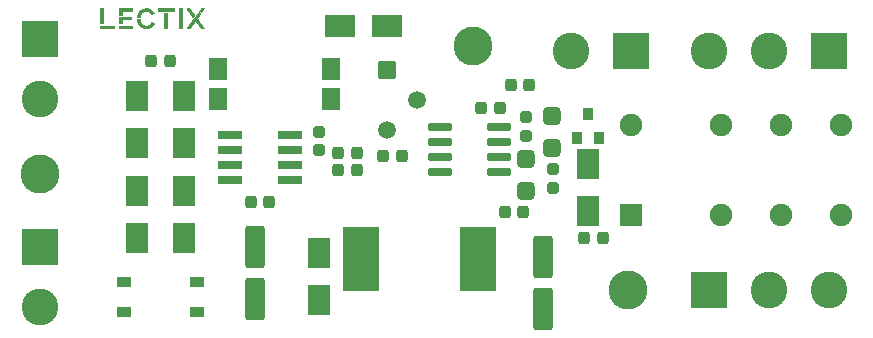
<source format=gts>
G04 #@! TF.GenerationSoftware,KiCad,Pcbnew,6.0.9-8da3e8f707~116~ubuntu20.04.1*
G04 #@! TF.CreationDate,2023-03-26T14:48:38+00:00*
G04 #@! TF.ProjectId,LEC000042,4c454330-3030-4303-9432-2e6b69636164,rev?*
G04 #@! TF.SameCoordinates,Original*
G04 #@! TF.FileFunction,Soldermask,Top*
G04 #@! TF.FilePolarity,Negative*
%FSLAX46Y46*%
G04 Gerber Fmt 4.6, Leading zero omitted, Abs format (unit mm)*
G04 Created by KiCad (PCBNEW 6.0.9-8da3e8f707~116~ubuntu20.04.1) date 2023-03-26 14:48:38*
%MOMM*%
%LPD*%
G01*
G04 APERTURE LIST*
G04 Aperture macros list*
%AMRoundRect*
0 Rectangle with rounded corners*
0 $1 Rounding radius*
0 $2 $3 $4 $5 $6 $7 $8 $9 X,Y pos of 4 corners*
0 Add a 4 corners polygon primitive as box body*
4,1,4,$2,$3,$4,$5,$6,$7,$8,$9,$2,$3,0*
0 Add four circle primitives for the rounded corners*
1,1,$1+$1,$2,$3*
1,1,$1+$1,$4,$5*
1,1,$1+$1,$6,$7*
1,1,$1+$1,$8,$9*
0 Add four rect primitives between the rounded corners*
20,1,$1+$1,$2,$3,$4,$5,0*
20,1,$1+$1,$4,$5,$6,$7,0*
20,1,$1+$1,$6,$7,$8,$9,0*
20,1,$1+$1,$8,$9,$2,$3,0*%
G04 Aperture macros list end*
%ADD10C,0.010000*%
%ADD11RoundRect,0.269750X0.218750X0.256250X-0.218750X0.256250X-0.218750X-0.256250X0.218750X-0.256250X0*%
%ADD12RoundRect,0.300600X-0.550400X1.500400X-0.550400X-1.500400X0.550400X-1.500400X0.550400X1.500400X0*%
%ADD13RoundRect,0.051000X-0.900000X1.250000X-0.900000X-1.250000X0.900000X-1.250000X0.900000X1.250000X0*%
%ADD14RoundRect,0.051000X0.900000X-1.250000X0.900000X1.250000X-0.900000X1.250000X-0.900000X-1.250000X0*%
%ADD15RoundRect,0.269750X0.256250X-0.218750X0.256250X0.218750X-0.256250X0.218750X-0.256250X-0.218750X0*%
%ADD16RoundRect,0.051000X1.500000X1.500000X-1.500000X1.500000X-1.500000X-1.500000X1.500000X-1.500000X0*%
%ADD17C,3.102000*%
%ADD18RoundRect,0.051000X-1.500000X1.500000X-1.500000X-1.500000X1.500000X-1.500000X1.500000X1.500000X0*%
%ADD19RoundRect,0.051000X-1.500000X-1.500000X1.500000X-1.500000X1.500000X1.500000X-1.500000X1.500000X0*%
%ADD20RoundRect,0.269750X-0.218750X-0.256250X0.218750X-0.256250X0.218750X0.256250X-0.218750X0.256250X0*%
%ADD21RoundRect,0.051000X-0.750000X-0.890000X0.750000X-0.890000X0.750000X0.890000X-0.750000X0.890000X0*%
%ADD22RoundRect,0.213500X0.825000X0.162500X-0.825000X0.162500X-0.825000X-0.162500X0.825000X-0.162500X0*%
%ADD23C,1.902000*%
%ADD24RoundRect,0.051000X0.900000X-0.900000X0.900000X0.900000X-0.900000X0.900000X-0.900000X-0.900000X0*%
%ADD25C,3.302000*%
%ADD26RoundRect,0.300999X-0.425001X0.450001X-0.425001X-0.450001X0.425001X-0.450001X0.425001X0.450001X0*%
%ADD27RoundRect,0.269750X-0.256250X0.218750X-0.256250X-0.218750X0.256250X-0.218750X0.256250X0.218750X0*%
%ADD28RoundRect,0.201000X-0.825000X-0.150000X0.825000X-0.150000X0.825000X0.150000X-0.825000X0.150000X0*%
%ADD29RoundRect,0.051000X1.450000X2.700000X-1.450000X2.700000X-1.450000X-2.700000X1.450000X-2.700000X0*%
%ADD30RoundRect,0.051000X1.250000X0.900000X-1.250000X0.900000X-1.250000X-0.900000X1.250000X-0.900000X0*%
%ADD31RoundRect,0.051000X0.500000X0.400000X-0.500000X0.400000X-0.500000X-0.400000X0.500000X-0.400000X0*%
%ADD32RoundRect,0.051000X-0.700000X0.700000X-0.700000X-0.700000X0.700000X-0.700000X0.700000X0.700000X0*%
%ADD33C,1.502000*%
%ADD34RoundRect,0.300600X0.550400X-1.500400X0.550400X1.500400X-0.550400X1.500400X-0.550400X-1.500400X0*%
%ADD35RoundRect,0.051000X0.400000X-0.450000X0.400000X0.450000X-0.400000X0.450000X-0.400000X-0.450000X0*%
G04 APERTURE END LIST*
G04 #@! TO.C,LOGO1*
G36*
X18376209Y30728885D02*
G01*
X18397949Y30728102D01*
X18416476Y30726865D01*
X18424880Y30725987D01*
X18486536Y30715889D01*
X18546482Y30701142D01*
X18604502Y30681880D01*
X18660380Y30658240D01*
X18713901Y30630358D01*
X18764850Y30598368D01*
X18813012Y30562408D01*
X18858171Y30522612D01*
X18900111Y30479116D01*
X18938617Y30432056D01*
X18973475Y30381567D01*
X18974753Y30379538D01*
X18980950Y30369396D01*
X18985873Y30360824D01*
X18989032Y30354716D01*
X18989933Y30351966D01*
X18989927Y30351954D01*
X18987616Y30350206D01*
X18981584Y30346064D01*
X18972376Y30339884D01*
X18960541Y30332024D01*
X18946627Y30322841D01*
X18931181Y30312692D01*
X18914750Y30301934D01*
X18897883Y30290925D01*
X18881127Y30280021D01*
X18865029Y30269581D01*
X18850138Y30259961D01*
X18837000Y30251518D01*
X18826165Y30244610D01*
X18818178Y30239593D01*
X18813588Y30236826D01*
X18812794Y30236416D01*
X18809968Y30237282D01*
X18805905Y30241905D01*
X18800305Y30250661D01*
X18797184Y30256086D01*
X18780089Y30283572D01*
X18759427Y30311998D01*
X18736229Y30340148D01*
X18711528Y30366803D01*
X18686356Y30390746D01*
X18674480Y30400860D01*
X18633846Y30430828D01*
X18590247Y30456873D01*
X18544196Y30478774D01*
X18496208Y30496310D01*
X18446797Y30509260D01*
X18406452Y30516187D01*
X18384946Y30518232D01*
X18360221Y30519278D01*
X18333760Y30519363D01*
X18307045Y30518520D01*
X18281557Y30516786D01*
X18258779Y30514196D01*
X18247826Y30512397D01*
X18197286Y30500392D01*
X18148775Y30483901D01*
X18102534Y30463143D01*
X18058804Y30438334D01*
X18017826Y30409692D01*
X17979841Y30377434D01*
X17945090Y30341777D01*
X17913814Y30302938D01*
X17886252Y30261136D01*
X17862648Y30216587D01*
X17843240Y30169508D01*
X17833199Y30138379D01*
X17822556Y30093948D01*
X17815928Y30047895D01*
X17813432Y30009855D01*
X17812028Y29968580D01*
X17591031Y29968580D01*
X17592507Y30013665D01*
X17596951Y30073235D01*
X17606239Y30131781D01*
X17620196Y30189055D01*
X17638643Y30244808D01*
X17661405Y30298794D01*
X17688306Y30350761D01*
X17719168Y30400463D01*
X17753816Y30447651D01*
X17792073Y30492077D01*
X17833762Y30533490D01*
X17878708Y30571645D01*
X17926733Y30606291D01*
X17977661Y30637180D01*
X18031316Y30664064D01*
X18064200Y30677954D01*
X18117077Y30696535D01*
X18171789Y30711237D01*
X18229205Y30722284D01*
X18244540Y30724566D01*
X18260719Y30726312D01*
X18280782Y30727661D01*
X18303544Y30728601D01*
X18327825Y30729125D01*
X18352441Y30729223D01*
X18376209Y30728885D01*
G37*
D10*
X18376209Y30728885D02*
X18397949Y30728102D01*
X18416476Y30726865D01*
X18424880Y30725987D01*
X18486536Y30715889D01*
X18546482Y30701142D01*
X18604502Y30681880D01*
X18660380Y30658240D01*
X18713901Y30630358D01*
X18764850Y30598368D01*
X18813012Y30562408D01*
X18858171Y30522612D01*
X18900111Y30479116D01*
X18938617Y30432056D01*
X18973475Y30381567D01*
X18974753Y30379538D01*
X18980950Y30369396D01*
X18985873Y30360824D01*
X18989032Y30354716D01*
X18989933Y30351966D01*
X18989927Y30351954D01*
X18987616Y30350206D01*
X18981584Y30346064D01*
X18972376Y30339884D01*
X18960541Y30332024D01*
X18946627Y30322841D01*
X18931181Y30312692D01*
X18914750Y30301934D01*
X18897883Y30290925D01*
X18881127Y30280021D01*
X18865029Y30269581D01*
X18850138Y30259961D01*
X18837000Y30251518D01*
X18826165Y30244610D01*
X18818178Y30239593D01*
X18813588Y30236826D01*
X18812794Y30236416D01*
X18809968Y30237282D01*
X18805905Y30241905D01*
X18800305Y30250661D01*
X18797184Y30256086D01*
X18780089Y30283572D01*
X18759427Y30311998D01*
X18736229Y30340148D01*
X18711528Y30366803D01*
X18686356Y30390746D01*
X18674480Y30400860D01*
X18633846Y30430828D01*
X18590247Y30456873D01*
X18544196Y30478774D01*
X18496208Y30496310D01*
X18446797Y30509260D01*
X18406452Y30516187D01*
X18384946Y30518232D01*
X18360221Y30519278D01*
X18333760Y30519363D01*
X18307045Y30518520D01*
X18281557Y30516786D01*
X18258779Y30514196D01*
X18247826Y30512397D01*
X18197286Y30500392D01*
X18148775Y30483901D01*
X18102534Y30463143D01*
X18058804Y30438334D01*
X18017826Y30409692D01*
X17979841Y30377434D01*
X17945090Y30341777D01*
X17913814Y30302938D01*
X17886252Y30261136D01*
X17862648Y30216587D01*
X17843240Y30169508D01*
X17833199Y30138379D01*
X17822556Y30093948D01*
X17815928Y30047895D01*
X17813432Y30009855D01*
X17812028Y29968580D01*
X17591031Y29968580D01*
X17592507Y30013665D01*
X17596951Y30073235D01*
X17606239Y30131781D01*
X17620196Y30189055D01*
X17638643Y30244808D01*
X17661405Y30298794D01*
X17688306Y30350761D01*
X17719168Y30400463D01*
X17753816Y30447651D01*
X17792073Y30492077D01*
X17833762Y30533490D01*
X17878708Y30571645D01*
X17926733Y30606291D01*
X17977661Y30637180D01*
X18031316Y30664064D01*
X18064200Y30677954D01*
X18117077Y30696535D01*
X18171789Y30711237D01*
X18229205Y30722284D01*
X18244540Y30724566D01*
X18260719Y30726312D01*
X18280782Y30727661D01*
X18303544Y30728601D01*
X18327825Y30729125D01*
X18352441Y30729223D01*
X18376209Y30728885D01*
G36*
X21368740Y29054180D02*
G01*
X21147760Y29054180D01*
X21147760Y30725500D01*
X21368740Y30725500D01*
X21368740Y29054180D01*
G37*
X21368740Y29054180D02*
X21147760Y29054180D01*
X21147760Y30725500D01*
X21368740Y30725500D01*
X21368740Y29054180D01*
G36*
X22010968Y30725500D02*
G01*
X22216269Y30442956D01*
X22240799Y30409165D01*
X22264493Y30376463D01*
X22287180Y30345091D01*
X22308689Y30315286D01*
X22328848Y30287289D01*
X22347487Y30261337D01*
X22364435Y30237671D01*
X22379520Y30216530D01*
X22392571Y30198152D01*
X22403418Y30182777D01*
X22411889Y30170644D01*
X22417814Y30161991D01*
X22421021Y30157058D01*
X22421570Y30155979D01*
X22420129Y30152999D01*
X22416077Y30146561D01*
X22409817Y30137221D01*
X22401755Y30125539D01*
X22392293Y30112072D01*
X22381838Y30097378D01*
X22370793Y30082016D01*
X22359562Y30066543D01*
X22348551Y30051517D01*
X22338162Y30037496D01*
X22328801Y30025038D01*
X22320872Y30014702D01*
X22314779Y30007045D01*
X22310927Y30002625D01*
X22309810Y30001753D01*
X22308071Y30003777D01*
X22303504Y30009705D01*
X22296264Y30019329D01*
X22286502Y30032439D01*
X22274373Y30048826D01*
X22260029Y30068281D01*
X22243625Y30090595D01*
X22225313Y30115558D01*
X22205247Y30142963D01*
X22183579Y30172598D01*
X22160465Y30204257D01*
X22136056Y30237728D01*
X22110506Y30272804D01*
X22083968Y30309276D01*
X22056596Y30346933D01*
X22048190Y30358507D01*
X22020558Y30396555D01*
X21993707Y30433532D01*
X21967789Y30469228D01*
X21942960Y30503428D01*
X21919374Y30535919D01*
X21897186Y30566489D01*
X21876549Y30594925D01*
X21857618Y30621015D01*
X21840548Y30644544D01*
X21825493Y30665301D01*
X21812608Y30683073D01*
X21802047Y30697646D01*
X21793964Y30708808D01*
X21788514Y30716346D01*
X21785851Y30720048D01*
X21785625Y30720370D01*
X21784877Y30721583D01*
X21784715Y30722588D01*
X21785563Y30723405D01*
X21787844Y30724053D01*
X21791981Y30724551D01*
X21798399Y30724919D01*
X21807522Y30725177D01*
X21819772Y30725345D01*
X21835573Y30725441D01*
X21855349Y30725486D01*
X21879525Y30725500D01*
X21896554Y30725501D01*
X22010968Y30725500D01*
G37*
X22010968Y30725500D02*
X22216269Y30442956D01*
X22240799Y30409165D01*
X22264493Y30376463D01*
X22287180Y30345091D01*
X22308689Y30315286D01*
X22328848Y30287289D01*
X22347487Y30261337D01*
X22364435Y30237671D01*
X22379520Y30216530D01*
X22392571Y30198152D01*
X22403418Y30182777D01*
X22411889Y30170644D01*
X22417814Y30161991D01*
X22421021Y30157058D01*
X22421570Y30155979D01*
X22420129Y30152999D01*
X22416077Y30146561D01*
X22409817Y30137221D01*
X22401755Y30125539D01*
X22392293Y30112072D01*
X22381838Y30097378D01*
X22370793Y30082016D01*
X22359562Y30066543D01*
X22348551Y30051517D01*
X22338162Y30037496D01*
X22328801Y30025038D01*
X22320872Y30014702D01*
X22314779Y30007045D01*
X22310927Y30002625D01*
X22309810Y30001753D01*
X22308071Y30003777D01*
X22303504Y30009705D01*
X22296264Y30019329D01*
X22286502Y30032439D01*
X22274373Y30048826D01*
X22260029Y30068281D01*
X22243625Y30090595D01*
X22225313Y30115558D01*
X22205247Y30142963D01*
X22183579Y30172598D01*
X22160465Y30204257D01*
X22136056Y30237728D01*
X22110506Y30272804D01*
X22083968Y30309276D01*
X22056596Y30346933D01*
X22048190Y30358507D01*
X22020558Y30396555D01*
X21993707Y30433532D01*
X21967789Y30469228D01*
X21942960Y30503428D01*
X21919374Y30535919D01*
X21897186Y30566489D01*
X21876549Y30594925D01*
X21857618Y30621015D01*
X21840548Y30644544D01*
X21825493Y30665301D01*
X21812608Y30683073D01*
X21802047Y30697646D01*
X21793964Y30708808D01*
X21788514Y30716346D01*
X21785851Y30720048D01*
X21785625Y30720370D01*
X21784877Y30721583D01*
X21784715Y30722588D01*
X21785563Y30723405D01*
X21787844Y30724053D01*
X21791981Y30724551D01*
X21798399Y30724919D01*
X21807522Y30725177D01*
X21819772Y30725345D01*
X21835573Y30725441D01*
X21855349Y30725486D01*
X21879525Y30725500D01*
X21896554Y30725501D01*
X22010968Y30725500D01*
G36*
X17182820Y29046560D02*
G01*
X16090620Y29046560D01*
X16090620Y29270080D01*
X17182820Y29270080D01*
X17182820Y29046560D01*
G37*
X17182820Y29046560D02*
X16090620Y29046560D01*
X16090620Y29270080D01*
X17182820Y29270080D01*
X17182820Y29046560D01*
G36*
X14711400Y29447880D02*
G01*
X14490420Y29447880D01*
X14490420Y30722960D01*
X14711400Y30722960D01*
X14711400Y29447880D01*
G37*
X14711400Y29447880D02*
X14490420Y29447880D01*
X14490420Y30722960D01*
X14711400Y30722960D01*
X14711400Y29447880D01*
G36*
X17808402Y29764745D02*
G01*
X17813120Y29715358D01*
X17822714Y29666609D01*
X17836988Y29618874D01*
X17855743Y29572528D01*
X17878784Y29527945D01*
X17905913Y29485500D01*
X17936933Y29445568D01*
X17971648Y29408524D01*
X18009860Y29374742D01*
X18015940Y29369934D01*
X18056038Y29341807D01*
X18099345Y29317246D01*
X18145214Y29296509D01*
X18192999Y29279853D01*
X18242054Y29267534D01*
X18291733Y29259809D01*
X18293061Y29259669D01*
X18314417Y29258188D01*
X18339012Y29257723D01*
X18365170Y29258216D01*
X18391216Y29259607D01*
X18415475Y29261839D01*
X18435040Y29264631D01*
X18485420Y29276032D01*
X18534171Y29291989D01*
X18580973Y29312278D01*
X18625506Y29336674D01*
X18667447Y29364950D01*
X18706477Y29396881D01*
X18742275Y29432243D01*
X18774521Y29470811D01*
X18802893Y29512358D01*
X18813459Y29530430D01*
X18817764Y29538134D01*
X18820977Y29543838D01*
X18822419Y29546340D01*
X18822428Y29546352D01*
X18824718Y29545411D01*
X18830966Y29542414D01*
X18840622Y29537644D01*
X18853134Y29531383D01*
X18867950Y29523913D01*
X18884518Y29515516D01*
X18902288Y29506474D01*
X18920709Y29497070D01*
X18939227Y29487586D01*
X18957292Y29478303D01*
X18974353Y29469504D01*
X18989857Y29461470D01*
X19003254Y29454485D01*
X19013992Y29448830D01*
X19021519Y29444788D01*
X19025284Y29442640D01*
X19025579Y29442426D01*
X19026342Y29440524D01*
X19025650Y29437136D01*
X19023236Y29431754D01*
X19018829Y29423870D01*
X19012161Y29412978D01*
X19002963Y29398568D01*
X18999532Y29393270D01*
X18963745Y29342753D01*
X18924233Y29295544D01*
X18881253Y29251819D01*
X18835061Y29211755D01*
X18785915Y29175527D01*
X18734071Y29143310D01*
X18679786Y29115281D01*
X18623317Y29091614D01*
X18564922Y29072487D01*
X18511386Y29059392D01*
X18490451Y29055285D01*
X18471307Y29052063D01*
X18452786Y29049613D01*
X18433721Y29047823D01*
X18412944Y29046581D01*
X18389286Y29045774D01*
X18365190Y29045335D01*
X18346965Y29045140D01*
X18330071Y29045040D01*
X18315281Y29045034D01*
X18303367Y29045120D01*
X18295103Y29045296D01*
X18291530Y29045515D01*
X18285642Y29046259D01*
X18276310Y29047370D01*
X18265138Y29048659D01*
X18259780Y29049265D01*
X18204003Y29057953D01*
X18148007Y29071426D01*
X18092401Y29089455D01*
X18037794Y29111812D01*
X17984797Y29138269D01*
X17934019Y29168599D01*
X17925770Y29174045D01*
X17895798Y29194902D01*
X17869044Y29215347D01*
X17843942Y29236683D01*
X17818927Y29260210D01*
X17803718Y29275499D01*
X17761520Y29322344D01*
X17723616Y29371821D01*
X17690086Y29423764D01*
X17661014Y29478006D01*
X17636482Y29534382D01*
X17616574Y29592726D01*
X17601371Y29652871D01*
X17593187Y29698523D01*
X17591980Y29707739D01*
X17590577Y29720190D01*
X17589087Y29734693D01*
X17587618Y29750063D01*
X17586281Y29765115D01*
X17585185Y29778666D01*
X17584438Y29789530D01*
X17584150Y29796495D01*
X17586602Y29796893D01*
X17593621Y29797262D01*
X17604692Y29797595D01*
X17619304Y29797881D01*
X17636941Y29798114D01*
X17657091Y29798283D01*
X17679241Y29798380D01*
X17695519Y29798400D01*
X17806899Y29798400D01*
X17808402Y29764745D01*
G37*
X17808402Y29764745D02*
X17813120Y29715358D01*
X17822714Y29666609D01*
X17836988Y29618874D01*
X17855743Y29572528D01*
X17878784Y29527945D01*
X17905913Y29485500D01*
X17936933Y29445568D01*
X17971648Y29408524D01*
X18009860Y29374742D01*
X18015940Y29369934D01*
X18056038Y29341807D01*
X18099345Y29317246D01*
X18145214Y29296509D01*
X18192999Y29279853D01*
X18242054Y29267534D01*
X18291733Y29259809D01*
X18293061Y29259669D01*
X18314417Y29258188D01*
X18339012Y29257723D01*
X18365170Y29258216D01*
X18391216Y29259607D01*
X18415475Y29261839D01*
X18435040Y29264631D01*
X18485420Y29276032D01*
X18534171Y29291989D01*
X18580973Y29312278D01*
X18625506Y29336674D01*
X18667447Y29364950D01*
X18706477Y29396881D01*
X18742275Y29432243D01*
X18774521Y29470811D01*
X18802893Y29512358D01*
X18813459Y29530430D01*
X18817764Y29538134D01*
X18820977Y29543838D01*
X18822419Y29546340D01*
X18822428Y29546352D01*
X18824718Y29545411D01*
X18830966Y29542414D01*
X18840622Y29537644D01*
X18853134Y29531383D01*
X18867950Y29523913D01*
X18884518Y29515516D01*
X18902288Y29506474D01*
X18920709Y29497070D01*
X18939227Y29487586D01*
X18957292Y29478303D01*
X18974353Y29469504D01*
X18989857Y29461470D01*
X19003254Y29454485D01*
X19013992Y29448830D01*
X19021519Y29444788D01*
X19025284Y29442640D01*
X19025579Y29442426D01*
X19026342Y29440524D01*
X19025650Y29437136D01*
X19023236Y29431754D01*
X19018829Y29423870D01*
X19012161Y29412978D01*
X19002963Y29398568D01*
X18999532Y29393270D01*
X18963745Y29342753D01*
X18924233Y29295544D01*
X18881253Y29251819D01*
X18835061Y29211755D01*
X18785915Y29175527D01*
X18734071Y29143310D01*
X18679786Y29115281D01*
X18623317Y29091614D01*
X18564922Y29072487D01*
X18511386Y29059392D01*
X18490451Y29055285D01*
X18471307Y29052063D01*
X18452786Y29049613D01*
X18433721Y29047823D01*
X18412944Y29046581D01*
X18389286Y29045774D01*
X18365190Y29045335D01*
X18346965Y29045140D01*
X18330071Y29045040D01*
X18315281Y29045034D01*
X18303367Y29045120D01*
X18295103Y29045296D01*
X18291530Y29045515D01*
X18285642Y29046259D01*
X18276310Y29047370D01*
X18265138Y29048659D01*
X18259780Y29049265D01*
X18204003Y29057953D01*
X18148007Y29071426D01*
X18092401Y29089455D01*
X18037794Y29111812D01*
X17984797Y29138269D01*
X17934019Y29168599D01*
X17925770Y29174045D01*
X17895798Y29194902D01*
X17869044Y29215347D01*
X17843942Y29236683D01*
X17818927Y29260210D01*
X17803718Y29275499D01*
X17761520Y29322344D01*
X17723616Y29371821D01*
X17690086Y29423764D01*
X17661014Y29478006D01*
X17636482Y29534382D01*
X17616574Y29592726D01*
X17601371Y29652871D01*
X17593187Y29698523D01*
X17591980Y29707739D01*
X17590577Y29720190D01*
X17589087Y29734693D01*
X17587618Y29750063D01*
X17586281Y29765115D01*
X17585185Y29778666D01*
X17584438Y29789530D01*
X17584150Y29796495D01*
X17586602Y29796893D01*
X17593621Y29797262D01*
X17604692Y29797595D01*
X17619304Y29797881D01*
X17636941Y29798114D01*
X17657091Y29798283D01*
X17679241Y29798380D01*
X17695519Y29798400D01*
X17806899Y29798400D01*
X17808402Y29764745D01*
G36*
X23126304Y30719908D02*
G01*
X23144850Y30719812D01*
X23258296Y30719150D01*
X22952148Y30300817D01*
X22922064Y30259702D01*
X22892787Y30219675D01*
X22864458Y30180931D01*
X22837217Y30143662D01*
X22811206Y30108060D01*
X22786566Y30074320D01*
X22763436Y30042634D01*
X22741957Y30013194D01*
X22722271Y29986194D01*
X22704518Y29961828D01*
X22688839Y29940287D01*
X22675374Y29921764D01*
X22664265Y29906454D01*
X22655651Y29894548D01*
X22649674Y29886240D01*
X22646474Y29881723D01*
X22645946Y29880913D01*
X22647407Y29878731D01*
X22651707Y29872630D01*
X22658703Y29862808D01*
X22668256Y29849459D01*
X22680224Y29832780D01*
X22694465Y29812968D01*
X22710838Y29790217D01*
X22729202Y29764725D01*
X22749416Y29736686D01*
X22771337Y29706299D01*
X22794825Y29673757D01*
X22819739Y29639258D01*
X22845938Y29602997D01*
X22873279Y29565171D01*
X22901622Y29525975D01*
X22930825Y29485605D01*
X22942671Y29469234D01*
X22972190Y29428436D01*
X23000913Y29388726D01*
X23028699Y29350299D01*
X23055405Y29313353D01*
X23080889Y29278084D01*
X23105010Y29244690D01*
X23127626Y29213365D01*
X23148595Y29184308D01*
X23167775Y29157715D01*
X23185025Y29133782D01*
X23200202Y29112707D01*
X23213164Y29094685D01*
X23223770Y29079914D01*
X23231878Y29068589D01*
X23237346Y29060909D01*
X23240033Y29057068D01*
X23240296Y29056653D01*
X23238016Y29056019D01*
X23230822Y29055478D01*
X23218878Y29055031D01*
X23202349Y29054683D01*
X23181400Y29054437D01*
X23156196Y29054297D01*
X23127266Y29054266D01*
X23013390Y29054351D01*
X22772090Y29388220D01*
X22745526Y29424963D01*
X22719765Y29460574D01*
X22694965Y29494837D01*
X22671283Y29527534D01*
X22648876Y29558450D01*
X22627902Y29587368D01*
X22608517Y29614071D01*
X22590880Y29638342D01*
X22575147Y29659966D01*
X22561475Y29678726D01*
X22550023Y29694404D01*
X22540948Y29706785D01*
X22534406Y29715653D01*
X22530556Y29720789D01*
X22529520Y29722067D01*
X22527906Y29720050D01*
X22523455Y29714146D01*
X22516324Y29704573D01*
X22506674Y29691545D01*
X22494661Y29675278D01*
X22480447Y29655990D01*
X22464188Y29633894D01*
X22446044Y29609209D01*
X22426173Y29582149D01*
X22404734Y29552930D01*
X22381887Y29521769D01*
X22357789Y29488881D01*
X22332600Y29454482D01*
X22306477Y29418789D01*
X22285680Y29390356D01*
X22258925Y29353786D01*
X22232965Y29318333D01*
X22207961Y29284214D01*
X22184072Y29251645D01*
X22161458Y29220844D01*
X22140279Y29192027D01*
X22120693Y29165411D01*
X22102863Y29141213D01*
X22086946Y29119650D01*
X22073102Y29100939D01*
X22061493Y29085296D01*
X22052276Y29072939D01*
X22045613Y29064084D01*
X22041662Y29058949D01*
X22040570Y29057665D01*
X22037574Y29057471D01*
X22030025Y29057320D01*
X22018450Y29057211D01*
X22003375Y29057147D01*
X21985327Y29057130D01*
X21964833Y29057161D01*
X21942419Y29057241D01*
X21925648Y29057328D01*
X21813267Y29057990D01*
X22419225Y29886030D01*
X22461717Y29944093D01*
X22503457Y30001122D01*
X22544343Y30056981D01*
X22584276Y30111531D01*
X22623154Y30164637D01*
X22660878Y30216161D01*
X22697347Y30265964D01*
X22732459Y30313911D01*
X22766115Y30359864D01*
X22798214Y30403686D01*
X22828655Y30445239D01*
X22857338Y30484386D01*
X22884162Y30520989D01*
X22909027Y30554913D01*
X22931832Y30586019D01*
X22952477Y30614169D01*
X22970860Y30639228D01*
X22986882Y30661057D01*
X23000441Y30679519D01*
X23011437Y30694478D01*
X23019771Y30705795D01*
X23025340Y30713333D01*
X23028045Y30716956D01*
X23028294Y30717272D01*
X23030129Y30718064D01*
X23034193Y30718708D01*
X23040860Y30719211D01*
X23050504Y30719582D01*
X23063497Y30719829D01*
X23080212Y30719961D01*
X23101024Y30719984D01*
X23126304Y30719908D01*
G37*
X23126304Y30719908D02*
X23144850Y30719812D01*
X23258296Y30719150D01*
X22952148Y30300817D01*
X22922064Y30259702D01*
X22892787Y30219675D01*
X22864458Y30180931D01*
X22837217Y30143662D01*
X22811206Y30108060D01*
X22786566Y30074320D01*
X22763436Y30042634D01*
X22741957Y30013194D01*
X22722271Y29986194D01*
X22704518Y29961828D01*
X22688839Y29940287D01*
X22675374Y29921764D01*
X22664265Y29906454D01*
X22655651Y29894548D01*
X22649674Y29886240D01*
X22646474Y29881723D01*
X22645946Y29880913D01*
X22647407Y29878731D01*
X22651707Y29872630D01*
X22658703Y29862808D01*
X22668256Y29849459D01*
X22680224Y29832780D01*
X22694465Y29812968D01*
X22710838Y29790217D01*
X22729202Y29764725D01*
X22749416Y29736686D01*
X22771337Y29706299D01*
X22794825Y29673757D01*
X22819739Y29639258D01*
X22845938Y29602997D01*
X22873279Y29565171D01*
X22901622Y29525975D01*
X22930825Y29485605D01*
X22942671Y29469234D01*
X22972190Y29428436D01*
X23000913Y29388726D01*
X23028699Y29350299D01*
X23055405Y29313353D01*
X23080889Y29278084D01*
X23105010Y29244690D01*
X23127626Y29213365D01*
X23148595Y29184308D01*
X23167775Y29157715D01*
X23185025Y29133782D01*
X23200202Y29112707D01*
X23213164Y29094685D01*
X23223770Y29079914D01*
X23231878Y29068589D01*
X23237346Y29060909D01*
X23240033Y29057068D01*
X23240296Y29056653D01*
X23238016Y29056019D01*
X23230822Y29055478D01*
X23218878Y29055031D01*
X23202349Y29054683D01*
X23181400Y29054437D01*
X23156196Y29054297D01*
X23127266Y29054266D01*
X23013390Y29054351D01*
X22772090Y29388220D01*
X22745526Y29424963D01*
X22719765Y29460574D01*
X22694965Y29494837D01*
X22671283Y29527534D01*
X22648876Y29558450D01*
X22627902Y29587368D01*
X22608517Y29614071D01*
X22590880Y29638342D01*
X22575147Y29659966D01*
X22561475Y29678726D01*
X22550023Y29694404D01*
X22540948Y29706785D01*
X22534406Y29715653D01*
X22530556Y29720789D01*
X22529520Y29722067D01*
X22527906Y29720050D01*
X22523455Y29714146D01*
X22516324Y29704573D01*
X22506674Y29691545D01*
X22494661Y29675278D01*
X22480447Y29655990D01*
X22464188Y29633894D01*
X22446044Y29609209D01*
X22426173Y29582149D01*
X22404734Y29552930D01*
X22381887Y29521769D01*
X22357789Y29488881D01*
X22332600Y29454482D01*
X22306477Y29418789D01*
X22285680Y29390356D01*
X22258925Y29353786D01*
X22232965Y29318333D01*
X22207961Y29284214D01*
X22184072Y29251645D01*
X22161458Y29220844D01*
X22140279Y29192027D01*
X22120693Y29165411D01*
X22102863Y29141213D01*
X22086946Y29119650D01*
X22073102Y29100939D01*
X22061493Y29085296D01*
X22052276Y29072939D01*
X22045613Y29064084D01*
X22041662Y29058949D01*
X22040570Y29057665D01*
X22037574Y29057471D01*
X22030025Y29057320D01*
X22018450Y29057211D01*
X22003375Y29057147D01*
X21985327Y29057130D01*
X21964833Y29057161D01*
X21942419Y29057241D01*
X21925648Y29057328D01*
X21813267Y29057990D01*
X22419225Y29886030D01*
X22461717Y29944093D01*
X22503457Y30001122D01*
X22544343Y30056981D01*
X22584276Y30111531D01*
X22623154Y30164637D01*
X22660878Y30216161D01*
X22697347Y30265964D01*
X22732459Y30313911D01*
X22766115Y30359864D01*
X22798214Y30403686D01*
X22828655Y30445239D01*
X22857338Y30484386D01*
X22884162Y30520989D01*
X22909027Y30554913D01*
X22931832Y30586019D01*
X22952477Y30614169D01*
X22970860Y30639228D01*
X22986882Y30661057D01*
X23000441Y30679519D01*
X23011437Y30694478D01*
X23019771Y30705795D01*
X23025340Y30713333D01*
X23028045Y30716956D01*
X23028294Y30717272D01*
X23030129Y30718064D01*
X23034193Y30718708D01*
X23040860Y30719211D01*
X23050504Y30719582D01*
X23063497Y30719829D01*
X23080212Y30719961D01*
X23101024Y30719984D01*
X23126304Y30719908D01*
G36*
X17182820Y30512140D02*
G01*
X16309060Y30512140D01*
X16309060Y30199720D01*
X16085540Y30199720D01*
X16085540Y30733120D01*
X17182820Y30733120D01*
X17182820Y30512140D01*
G37*
X17182820Y30512140D02*
X16309060Y30512140D01*
X16309060Y30199720D01*
X16085540Y30199720D01*
X16085540Y30733120D01*
X17182820Y30733120D01*
X17182820Y30512140D01*
G36*
X20700720Y30504520D02*
G01*
X19331660Y30504520D01*
X19331660Y30725500D01*
X20700720Y30725500D01*
X20700720Y30504520D01*
G37*
X20700720Y30504520D02*
X19331660Y30504520D01*
X19331660Y30725500D01*
X20700720Y30725500D01*
X20700720Y30504520D01*
G36*
X17068520Y29790780D02*
G01*
X16309060Y29790780D01*
X16309060Y29447880D01*
X16088080Y29447880D01*
X16088080Y30014300D01*
X17068520Y30014300D01*
X17068520Y29790780D01*
G37*
X17068520Y29790780D02*
X16309060Y29790780D01*
X16309060Y29447880D01*
X16088080Y29447880D01*
X16088080Y30014300D01*
X17068520Y30014300D01*
X17068520Y29790780D01*
G36*
X15638500Y29046560D02*
G01*
X14490420Y29046560D01*
X14490420Y29270080D01*
X15638500Y29270080D01*
X15638500Y29046560D01*
G37*
X15638500Y29046560D02*
X14490420Y29046560D01*
X14490420Y29270080D01*
X15638500Y29270080D01*
X15638500Y29046560D01*
G36*
X20121600Y29054180D02*
G01*
X19900620Y29054180D01*
X19900620Y30336880D01*
X20121600Y30336880D01*
X20121600Y29054180D01*
G37*
X20121600Y29054180D02*
X19900620Y29054180D01*
X19900620Y30336880D01*
X20121600Y30336880D01*
X20121600Y29054180D01*
G36*
X18376209Y30728885D02*
G01*
X18397949Y30728102D01*
X18416476Y30726865D01*
X18424880Y30725987D01*
X18486536Y30715889D01*
X18546482Y30701142D01*
X18604502Y30681880D01*
X18660380Y30658240D01*
X18713901Y30630358D01*
X18764850Y30598368D01*
X18813012Y30562408D01*
X18858171Y30522612D01*
X18900111Y30479116D01*
X18938617Y30432056D01*
X18973475Y30381567D01*
X18974753Y30379538D01*
X18980950Y30369396D01*
X18985873Y30360824D01*
X18989032Y30354716D01*
X18989933Y30351966D01*
X18989927Y30351954D01*
X18987616Y30350206D01*
X18981584Y30346064D01*
X18972376Y30339884D01*
X18960541Y30332024D01*
X18946627Y30322841D01*
X18931181Y30312692D01*
X18914750Y30301934D01*
X18897883Y30290925D01*
X18881127Y30280021D01*
X18865029Y30269581D01*
X18850138Y30259961D01*
X18837000Y30251518D01*
X18826165Y30244610D01*
X18818178Y30239593D01*
X18813588Y30236826D01*
X18812794Y30236416D01*
X18809968Y30237282D01*
X18805905Y30241905D01*
X18800305Y30250661D01*
X18797184Y30256086D01*
X18780089Y30283572D01*
X18759427Y30311998D01*
X18736229Y30340148D01*
X18711528Y30366803D01*
X18686356Y30390746D01*
X18674480Y30400860D01*
X18633846Y30430828D01*
X18590247Y30456873D01*
X18544196Y30478774D01*
X18496208Y30496310D01*
X18446797Y30509260D01*
X18406452Y30516187D01*
X18384946Y30518232D01*
X18360221Y30519278D01*
X18333760Y30519363D01*
X18307045Y30518520D01*
X18281557Y30516786D01*
X18258779Y30514196D01*
X18247826Y30512397D01*
X18197286Y30500392D01*
X18148775Y30483901D01*
X18102534Y30463143D01*
X18058804Y30438334D01*
X18017826Y30409692D01*
X17979841Y30377434D01*
X17945090Y30341777D01*
X17913814Y30302938D01*
X17886252Y30261136D01*
X17862648Y30216587D01*
X17843240Y30169508D01*
X17833199Y30138379D01*
X17822556Y30093948D01*
X17815928Y30047895D01*
X17813432Y30009855D01*
X17812028Y29968580D01*
X17591031Y29968580D01*
X17592507Y30013665D01*
X17596951Y30073235D01*
X17606239Y30131781D01*
X17620196Y30189055D01*
X17638643Y30244808D01*
X17661405Y30298794D01*
X17688306Y30350761D01*
X17719168Y30400463D01*
X17753816Y30447651D01*
X17792073Y30492077D01*
X17833762Y30533490D01*
X17878708Y30571645D01*
X17926733Y30606291D01*
X17977661Y30637180D01*
X18031316Y30664064D01*
X18064200Y30677954D01*
X18117077Y30696535D01*
X18171789Y30711237D01*
X18229205Y30722284D01*
X18244540Y30724566D01*
X18260719Y30726312D01*
X18280782Y30727661D01*
X18303544Y30728601D01*
X18327825Y30729125D01*
X18352441Y30729223D01*
X18376209Y30728885D01*
G37*
X18376209Y30728885D02*
X18397949Y30728102D01*
X18416476Y30726865D01*
X18424880Y30725987D01*
X18486536Y30715889D01*
X18546482Y30701142D01*
X18604502Y30681880D01*
X18660380Y30658240D01*
X18713901Y30630358D01*
X18764850Y30598368D01*
X18813012Y30562408D01*
X18858171Y30522612D01*
X18900111Y30479116D01*
X18938617Y30432056D01*
X18973475Y30381567D01*
X18974753Y30379538D01*
X18980950Y30369396D01*
X18985873Y30360824D01*
X18989032Y30354716D01*
X18989933Y30351966D01*
X18989927Y30351954D01*
X18987616Y30350206D01*
X18981584Y30346064D01*
X18972376Y30339884D01*
X18960541Y30332024D01*
X18946627Y30322841D01*
X18931181Y30312692D01*
X18914750Y30301934D01*
X18897883Y30290925D01*
X18881127Y30280021D01*
X18865029Y30269581D01*
X18850138Y30259961D01*
X18837000Y30251518D01*
X18826165Y30244610D01*
X18818178Y30239593D01*
X18813588Y30236826D01*
X18812794Y30236416D01*
X18809968Y30237282D01*
X18805905Y30241905D01*
X18800305Y30250661D01*
X18797184Y30256086D01*
X18780089Y30283572D01*
X18759427Y30311998D01*
X18736229Y30340148D01*
X18711528Y30366803D01*
X18686356Y30390746D01*
X18674480Y30400860D01*
X18633846Y30430828D01*
X18590247Y30456873D01*
X18544196Y30478774D01*
X18496208Y30496310D01*
X18446797Y30509260D01*
X18406452Y30516187D01*
X18384946Y30518232D01*
X18360221Y30519278D01*
X18333760Y30519363D01*
X18307045Y30518520D01*
X18281557Y30516786D01*
X18258779Y30514196D01*
X18247826Y30512397D01*
X18197286Y30500392D01*
X18148775Y30483901D01*
X18102534Y30463143D01*
X18058804Y30438334D01*
X18017826Y30409692D01*
X17979841Y30377434D01*
X17945090Y30341777D01*
X17913814Y30302938D01*
X17886252Y30261136D01*
X17862648Y30216587D01*
X17843240Y30169508D01*
X17833199Y30138379D01*
X17822556Y30093948D01*
X17815928Y30047895D01*
X17813432Y30009855D01*
X17812028Y29968580D01*
X17591031Y29968580D01*
X17592507Y30013665D01*
X17596951Y30073235D01*
X17606239Y30131781D01*
X17620196Y30189055D01*
X17638643Y30244808D01*
X17661405Y30298794D01*
X17688306Y30350761D01*
X17719168Y30400463D01*
X17753816Y30447651D01*
X17792073Y30492077D01*
X17833762Y30533490D01*
X17878708Y30571645D01*
X17926733Y30606291D01*
X17977661Y30637180D01*
X18031316Y30664064D01*
X18064200Y30677954D01*
X18117077Y30696535D01*
X18171789Y30711237D01*
X18229205Y30722284D01*
X18244540Y30724566D01*
X18260719Y30726312D01*
X18280782Y30727661D01*
X18303544Y30728601D01*
X18327825Y30729125D01*
X18352441Y30729223D01*
X18376209Y30728885D01*
G36*
X21368740Y29054180D02*
G01*
X21147760Y29054180D01*
X21147760Y30725500D01*
X21368740Y30725500D01*
X21368740Y29054180D01*
G37*
X21368740Y29054180D02*
X21147760Y29054180D01*
X21147760Y30725500D01*
X21368740Y30725500D01*
X21368740Y29054180D01*
G36*
X22010968Y30725500D02*
G01*
X22216269Y30442956D01*
X22240799Y30409165D01*
X22264493Y30376463D01*
X22287180Y30345091D01*
X22308689Y30315286D01*
X22328848Y30287289D01*
X22347487Y30261337D01*
X22364435Y30237671D01*
X22379520Y30216530D01*
X22392571Y30198152D01*
X22403418Y30182777D01*
X22411889Y30170644D01*
X22417814Y30161991D01*
X22421021Y30157058D01*
X22421570Y30155979D01*
X22420129Y30152999D01*
X22416077Y30146561D01*
X22409817Y30137221D01*
X22401755Y30125539D01*
X22392293Y30112072D01*
X22381838Y30097378D01*
X22370793Y30082016D01*
X22359562Y30066543D01*
X22348551Y30051517D01*
X22338162Y30037496D01*
X22328801Y30025038D01*
X22320872Y30014702D01*
X22314779Y30007045D01*
X22310927Y30002625D01*
X22309810Y30001753D01*
X22308071Y30003777D01*
X22303504Y30009705D01*
X22296264Y30019329D01*
X22286502Y30032439D01*
X22274373Y30048826D01*
X22260029Y30068281D01*
X22243625Y30090595D01*
X22225313Y30115558D01*
X22205247Y30142963D01*
X22183579Y30172598D01*
X22160465Y30204257D01*
X22136056Y30237728D01*
X22110506Y30272804D01*
X22083968Y30309276D01*
X22056596Y30346933D01*
X22048190Y30358507D01*
X22020558Y30396555D01*
X21993707Y30433532D01*
X21967789Y30469228D01*
X21942960Y30503428D01*
X21919374Y30535919D01*
X21897186Y30566489D01*
X21876549Y30594925D01*
X21857618Y30621015D01*
X21840548Y30644544D01*
X21825493Y30665301D01*
X21812608Y30683073D01*
X21802047Y30697646D01*
X21793964Y30708808D01*
X21788514Y30716346D01*
X21785851Y30720048D01*
X21785625Y30720370D01*
X21784877Y30721583D01*
X21784715Y30722588D01*
X21785563Y30723405D01*
X21787844Y30724053D01*
X21791981Y30724551D01*
X21798399Y30724919D01*
X21807522Y30725177D01*
X21819772Y30725345D01*
X21835573Y30725441D01*
X21855349Y30725486D01*
X21879525Y30725500D01*
X21896554Y30725501D01*
X22010968Y30725500D01*
G37*
X22010968Y30725500D02*
X22216269Y30442956D01*
X22240799Y30409165D01*
X22264493Y30376463D01*
X22287180Y30345091D01*
X22308689Y30315286D01*
X22328848Y30287289D01*
X22347487Y30261337D01*
X22364435Y30237671D01*
X22379520Y30216530D01*
X22392571Y30198152D01*
X22403418Y30182777D01*
X22411889Y30170644D01*
X22417814Y30161991D01*
X22421021Y30157058D01*
X22421570Y30155979D01*
X22420129Y30152999D01*
X22416077Y30146561D01*
X22409817Y30137221D01*
X22401755Y30125539D01*
X22392293Y30112072D01*
X22381838Y30097378D01*
X22370793Y30082016D01*
X22359562Y30066543D01*
X22348551Y30051517D01*
X22338162Y30037496D01*
X22328801Y30025038D01*
X22320872Y30014702D01*
X22314779Y30007045D01*
X22310927Y30002625D01*
X22309810Y30001753D01*
X22308071Y30003777D01*
X22303504Y30009705D01*
X22296264Y30019329D01*
X22286502Y30032439D01*
X22274373Y30048826D01*
X22260029Y30068281D01*
X22243625Y30090595D01*
X22225313Y30115558D01*
X22205247Y30142963D01*
X22183579Y30172598D01*
X22160465Y30204257D01*
X22136056Y30237728D01*
X22110506Y30272804D01*
X22083968Y30309276D01*
X22056596Y30346933D01*
X22048190Y30358507D01*
X22020558Y30396555D01*
X21993707Y30433532D01*
X21967789Y30469228D01*
X21942960Y30503428D01*
X21919374Y30535919D01*
X21897186Y30566489D01*
X21876549Y30594925D01*
X21857618Y30621015D01*
X21840548Y30644544D01*
X21825493Y30665301D01*
X21812608Y30683073D01*
X21802047Y30697646D01*
X21793964Y30708808D01*
X21788514Y30716346D01*
X21785851Y30720048D01*
X21785625Y30720370D01*
X21784877Y30721583D01*
X21784715Y30722588D01*
X21785563Y30723405D01*
X21787844Y30724053D01*
X21791981Y30724551D01*
X21798399Y30724919D01*
X21807522Y30725177D01*
X21819772Y30725345D01*
X21835573Y30725441D01*
X21855349Y30725486D01*
X21879525Y30725500D01*
X21896554Y30725501D01*
X22010968Y30725500D01*
G36*
X17182820Y29046560D02*
G01*
X16090620Y29046560D01*
X16090620Y29270080D01*
X17182820Y29270080D01*
X17182820Y29046560D01*
G37*
X17182820Y29046560D02*
X16090620Y29046560D01*
X16090620Y29270080D01*
X17182820Y29270080D01*
X17182820Y29046560D01*
G36*
X14711400Y29447880D02*
G01*
X14490420Y29447880D01*
X14490420Y30722960D01*
X14711400Y30722960D01*
X14711400Y29447880D01*
G37*
X14711400Y29447880D02*
X14490420Y29447880D01*
X14490420Y30722960D01*
X14711400Y30722960D01*
X14711400Y29447880D01*
G36*
X17808402Y29764745D02*
G01*
X17813120Y29715358D01*
X17822714Y29666609D01*
X17836988Y29618874D01*
X17855743Y29572528D01*
X17878784Y29527945D01*
X17905913Y29485500D01*
X17936933Y29445568D01*
X17971648Y29408524D01*
X18009860Y29374742D01*
X18015940Y29369934D01*
X18056038Y29341807D01*
X18099345Y29317246D01*
X18145214Y29296509D01*
X18192999Y29279853D01*
X18242054Y29267534D01*
X18291733Y29259809D01*
X18293061Y29259669D01*
X18314417Y29258188D01*
X18339012Y29257723D01*
X18365170Y29258216D01*
X18391216Y29259607D01*
X18415475Y29261839D01*
X18435040Y29264631D01*
X18485420Y29276032D01*
X18534171Y29291989D01*
X18580973Y29312278D01*
X18625506Y29336674D01*
X18667447Y29364950D01*
X18706477Y29396881D01*
X18742275Y29432243D01*
X18774521Y29470811D01*
X18802893Y29512358D01*
X18813459Y29530430D01*
X18817764Y29538134D01*
X18820977Y29543838D01*
X18822419Y29546340D01*
X18822428Y29546352D01*
X18824718Y29545411D01*
X18830966Y29542414D01*
X18840622Y29537644D01*
X18853134Y29531383D01*
X18867950Y29523913D01*
X18884518Y29515516D01*
X18902288Y29506474D01*
X18920709Y29497070D01*
X18939227Y29487586D01*
X18957292Y29478303D01*
X18974353Y29469504D01*
X18989857Y29461470D01*
X19003254Y29454485D01*
X19013992Y29448830D01*
X19021519Y29444788D01*
X19025284Y29442640D01*
X19025579Y29442426D01*
X19026342Y29440524D01*
X19025650Y29437136D01*
X19023236Y29431754D01*
X19018829Y29423870D01*
X19012161Y29412978D01*
X19002963Y29398568D01*
X18999532Y29393270D01*
X18963745Y29342753D01*
X18924233Y29295544D01*
X18881253Y29251819D01*
X18835061Y29211755D01*
X18785915Y29175527D01*
X18734071Y29143310D01*
X18679786Y29115281D01*
X18623317Y29091614D01*
X18564922Y29072487D01*
X18511386Y29059392D01*
X18490451Y29055285D01*
X18471307Y29052063D01*
X18452786Y29049613D01*
X18433721Y29047823D01*
X18412944Y29046581D01*
X18389286Y29045774D01*
X18365190Y29045335D01*
X18346965Y29045140D01*
X18330071Y29045040D01*
X18315281Y29045034D01*
X18303367Y29045120D01*
X18295103Y29045296D01*
X18291530Y29045515D01*
X18285642Y29046259D01*
X18276310Y29047370D01*
X18265138Y29048659D01*
X18259780Y29049265D01*
X18204003Y29057953D01*
X18148007Y29071426D01*
X18092401Y29089455D01*
X18037794Y29111812D01*
X17984797Y29138269D01*
X17934019Y29168599D01*
X17925770Y29174045D01*
X17895798Y29194902D01*
X17869044Y29215347D01*
X17843942Y29236683D01*
X17818927Y29260210D01*
X17803718Y29275499D01*
X17761520Y29322344D01*
X17723616Y29371821D01*
X17690086Y29423764D01*
X17661014Y29478006D01*
X17636482Y29534382D01*
X17616574Y29592726D01*
X17601371Y29652871D01*
X17593187Y29698523D01*
X17591980Y29707739D01*
X17590577Y29720190D01*
X17589087Y29734693D01*
X17587618Y29750063D01*
X17586281Y29765115D01*
X17585185Y29778666D01*
X17584438Y29789530D01*
X17584150Y29796495D01*
X17586602Y29796893D01*
X17593621Y29797262D01*
X17604692Y29797595D01*
X17619304Y29797881D01*
X17636941Y29798114D01*
X17657091Y29798283D01*
X17679241Y29798380D01*
X17695519Y29798400D01*
X17806899Y29798400D01*
X17808402Y29764745D01*
G37*
X17808402Y29764745D02*
X17813120Y29715358D01*
X17822714Y29666609D01*
X17836988Y29618874D01*
X17855743Y29572528D01*
X17878784Y29527945D01*
X17905913Y29485500D01*
X17936933Y29445568D01*
X17971648Y29408524D01*
X18009860Y29374742D01*
X18015940Y29369934D01*
X18056038Y29341807D01*
X18099345Y29317246D01*
X18145214Y29296509D01*
X18192999Y29279853D01*
X18242054Y29267534D01*
X18291733Y29259809D01*
X18293061Y29259669D01*
X18314417Y29258188D01*
X18339012Y29257723D01*
X18365170Y29258216D01*
X18391216Y29259607D01*
X18415475Y29261839D01*
X18435040Y29264631D01*
X18485420Y29276032D01*
X18534171Y29291989D01*
X18580973Y29312278D01*
X18625506Y29336674D01*
X18667447Y29364950D01*
X18706477Y29396881D01*
X18742275Y29432243D01*
X18774521Y29470811D01*
X18802893Y29512358D01*
X18813459Y29530430D01*
X18817764Y29538134D01*
X18820977Y29543838D01*
X18822419Y29546340D01*
X18822428Y29546352D01*
X18824718Y29545411D01*
X18830966Y29542414D01*
X18840622Y29537644D01*
X18853134Y29531383D01*
X18867950Y29523913D01*
X18884518Y29515516D01*
X18902288Y29506474D01*
X18920709Y29497070D01*
X18939227Y29487586D01*
X18957292Y29478303D01*
X18974353Y29469504D01*
X18989857Y29461470D01*
X19003254Y29454485D01*
X19013992Y29448830D01*
X19021519Y29444788D01*
X19025284Y29442640D01*
X19025579Y29442426D01*
X19026342Y29440524D01*
X19025650Y29437136D01*
X19023236Y29431754D01*
X19018829Y29423870D01*
X19012161Y29412978D01*
X19002963Y29398568D01*
X18999532Y29393270D01*
X18963745Y29342753D01*
X18924233Y29295544D01*
X18881253Y29251819D01*
X18835061Y29211755D01*
X18785915Y29175527D01*
X18734071Y29143310D01*
X18679786Y29115281D01*
X18623317Y29091614D01*
X18564922Y29072487D01*
X18511386Y29059392D01*
X18490451Y29055285D01*
X18471307Y29052063D01*
X18452786Y29049613D01*
X18433721Y29047823D01*
X18412944Y29046581D01*
X18389286Y29045774D01*
X18365190Y29045335D01*
X18346965Y29045140D01*
X18330071Y29045040D01*
X18315281Y29045034D01*
X18303367Y29045120D01*
X18295103Y29045296D01*
X18291530Y29045515D01*
X18285642Y29046259D01*
X18276310Y29047370D01*
X18265138Y29048659D01*
X18259780Y29049265D01*
X18204003Y29057953D01*
X18148007Y29071426D01*
X18092401Y29089455D01*
X18037794Y29111812D01*
X17984797Y29138269D01*
X17934019Y29168599D01*
X17925770Y29174045D01*
X17895798Y29194902D01*
X17869044Y29215347D01*
X17843942Y29236683D01*
X17818927Y29260210D01*
X17803718Y29275499D01*
X17761520Y29322344D01*
X17723616Y29371821D01*
X17690086Y29423764D01*
X17661014Y29478006D01*
X17636482Y29534382D01*
X17616574Y29592726D01*
X17601371Y29652871D01*
X17593187Y29698523D01*
X17591980Y29707739D01*
X17590577Y29720190D01*
X17589087Y29734693D01*
X17587618Y29750063D01*
X17586281Y29765115D01*
X17585185Y29778666D01*
X17584438Y29789530D01*
X17584150Y29796495D01*
X17586602Y29796893D01*
X17593621Y29797262D01*
X17604692Y29797595D01*
X17619304Y29797881D01*
X17636941Y29798114D01*
X17657091Y29798283D01*
X17679241Y29798380D01*
X17695519Y29798400D01*
X17806899Y29798400D01*
X17808402Y29764745D01*
G36*
X23126304Y30719908D02*
G01*
X23144850Y30719812D01*
X23258296Y30719150D01*
X22952148Y30300817D01*
X22922064Y30259702D01*
X22892787Y30219675D01*
X22864458Y30180931D01*
X22837217Y30143662D01*
X22811206Y30108060D01*
X22786566Y30074320D01*
X22763436Y30042634D01*
X22741957Y30013194D01*
X22722271Y29986194D01*
X22704518Y29961828D01*
X22688839Y29940287D01*
X22675374Y29921764D01*
X22664265Y29906454D01*
X22655651Y29894548D01*
X22649674Y29886240D01*
X22646474Y29881723D01*
X22645946Y29880913D01*
X22647407Y29878731D01*
X22651707Y29872630D01*
X22658703Y29862808D01*
X22668256Y29849459D01*
X22680224Y29832780D01*
X22694465Y29812968D01*
X22710838Y29790217D01*
X22729202Y29764725D01*
X22749416Y29736686D01*
X22771337Y29706299D01*
X22794825Y29673757D01*
X22819739Y29639258D01*
X22845938Y29602997D01*
X22873279Y29565171D01*
X22901622Y29525975D01*
X22930825Y29485605D01*
X22942671Y29469234D01*
X22972190Y29428436D01*
X23000913Y29388726D01*
X23028699Y29350299D01*
X23055405Y29313353D01*
X23080889Y29278084D01*
X23105010Y29244690D01*
X23127626Y29213365D01*
X23148595Y29184308D01*
X23167775Y29157715D01*
X23185025Y29133782D01*
X23200202Y29112707D01*
X23213164Y29094685D01*
X23223770Y29079914D01*
X23231878Y29068589D01*
X23237346Y29060909D01*
X23240033Y29057068D01*
X23240296Y29056653D01*
X23238016Y29056019D01*
X23230822Y29055478D01*
X23218878Y29055031D01*
X23202349Y29054683D01*
X23181400Y29054437D01*
X23156196Y29054297D01*
X23127266Y29054266D01*
X23013390Y29054351D01*
X22772090Y29388220D01*
X22745526Y29424963D01*
X22719765Y29460574D01*
X22694965Y29494837D01*
X22671283Y29527534D01*
X22648876Y29558450D01*
X22627902Y29587368D01*
X22608517Y29614071D01*
X22590880Y29638342D01*
X22575147Y29659966D01*
X22561475Y29678726D01*
X22550023Y29694404D01*
X22540948Y29706785D01*
X22534406Y29715653D01*
X22530556Y29720789D01*
X22529520Y29722067D01*
X22527906Y29720050D01*
X22523455Y29714146D01*
X22516324Y29704573D01*
X22506674Y29691545D01*
X22494661Y29675278D01*
X22480447Y29655990D01*
X22464188Y29633894D01*
X22446044Y29609209D01*
X22426173Y29582149D01*
X22404734Y29552930D01*
X22381887Y29521769D01*
X22357789Y29488881D01*
X22332600Y29454482D01*
X22306477Y29418789D01*
X22285680Y29390356D01*
X22258925Y29353786D01*
X22232965Y29318333D01*
X22207961Y29284214D01*
X22184072Y29251645D01*
X22161458Y29220844D01*
X22140279Y29192027D01*
X22120693Y29165411D01*
X22102863Y29141213D01*
X22086946Y29119650D01*
X22073102Y29100939D01*
X22061493Y29085296D01*
X22052276Y29072939D01*
X22045613Y29064084D01*
X22041662Y29058949D01*
X22040570Y29057665D01*
X22037574Y29057471D01*
X22030025Y29057320D01*
X22018450Y29057211D01*
X22003375Y29057147D01*
X21985327Y29057130D01*
X21964833Y29057161D01*
X21942419Y29057241D01*
X21925648Y29057328D01*
X21813267Y29057990D01*
X22419225Y29886030D01*
X22461717Y29944093D01*
X22503457Y30001122D01*
X22544343Y30056981D01*
X22584276Y30111531D01*
X22623154Y30164637D01*
X22660878Y30216161D01*
X22697347Y30265964D01*
X22732459Y30313911D01*
X22766115Y30359864D01*
X22798214Y30403686D01*
X22828655Y30445239D01*
X22857338Y30484386D01*
X22884162Y30520989D01*
X22909027Y30554913D01*
X22931832Y30586019D01*
X22952477Y30614169D01*
X22970860Y30639228D01*
X22986882Y30661057D01*
X23000441Y30679519D01*
X23011437Y30694478D01*
X23019771Y30705795D01*
X23025340Y30713333D01*
X23028045Y30716956D01*
X23028294Y30717272D01*
X23030129Y30718064D01*
X23034193Y30718708D01*
X23040860Y30719211D01*
X23050504Y30719582D01*
X23063497Y30719829D01*
X23080212Y30719961D01*
X23101024Y30719984D01*
X23126304Y30719908D01*
G37*
X23126304Y30719908D02*
X23144850Y30719812D01*
X23258296Y30719150D01*
X22952148Y30300817D01*
X22922064Y30259702D01*
X22892787Y30219675D01*
X22864458Y30180931D01*
X22837217Y30143662D01*
X22811206Y30108060D01*
X22786566Y30074320D01*
X22763436Y30042634D01*
X22741957Y30013194D01*
X22722271Y29986194D01*
X22704518Y29961828D01*
X22688839Y29940287D01*
X22675374Y29921764D01*
X22664265Y29906454D01*
X22655651Y29894548D01*
X22649674Y29886240D01*
X22646474Y29881723D01*
X22645946Y29880913D01*
X22647407Y29878731D01*
X22651707Y29872630D01*
X22658703Y29862808D01*
X22668256Y29849459D01*
X22680224Y29832780D01*
X22694465Y29812968D01*
X22710838Y29790217D01*
X22729202Y29764725D01*
X22749416Y29736686D01*
X22771337Y29706299D01*
X22794825Y29673757D01*
X22819739Y29639258D01*
X22845938Y29602997D01*
X22873279Y29565171D01*
X22901622Y29525975D01*
X22930825Y29485605D01*
X22942671Y29469234D01*
X22972190Y29428436D01*
X23000913Y29388726D01*
X23028699Y29350299D01*
X23055405Y29313353D01*
X23080889Y29278084D01*
X23105010Y29244690D01*
X23127626Y29213365D01*
X23148595Y29184308D01*
X23167775Y29157715D01*
X23185025Y29133782D01*
X23200202Y29112707D01*
X23213164Y29094685D01*
X23223770Y29079914D01*
X23231878Y29068589D01*
X23237346Y29060909D01*
X23240033Y29057068D01*
X23240296Y29056653D01*
X23238016Y29056019D01*
X23230822Y29055478D01*
X23218878Y29055031D01*
X23202349Y29054683D01*
X23181400Y29054437D01*
X23156196Y29054297D01*
X23127266Y29054266D01*
X23013390Y29054351D01*
X22772090Y29388220D01*
X22745526Y29424963D01*
X22719765Y29460574D01*
X22694965Y29494837D01*
X22671283Y29527534D01*
X22648876Y29558450D01*
X22627902Y29587368D01*
X22608517Y29614071D01*
X22590880Y29638342D01*
X22575147Y29659966D01*
X22561475Y29678726D01*
X22550023Y29694404D01*
X22540948Y29706785D01*
X22534406Y29715653D01*
X22530556Y29720789D01*
X22529520Y29722067D01*
X22527906Y29720050D01*
X22523455Y29714146D01*
X22516324Y29704573D01*
X22506674Y29691545D01*
X22494661Y29675278D01*
X22480447Y29655990D01*
X22464188Y29633894D01*
X22446044Y29609209D01*
X22426173Y29582149D01*
X22404734Y29552930D01*
X22381887Y29521769D01*
X22357789Y29488881D01*
X22332600Y29454482D01*
X22306477Y29418789D01*
X22285680Y29390356D01*
X22258925Y29353786D01*
X22232965Y29318333D01*
X22207961Y29284214D01*
X22184072Y29251645D01*
X22161458Y29220844D01*
X22140279Y29192027D01*
X22120693Y29165411D01*
X22102863Y29141213D01*
X22086946Y29119650D01*
X22073102Y29100939D01*
X22061493Y29085296D01*
X22052276Y29072939D01*
X22045613Y29064084D01*
X22041662Y29058949D01*
X22040570Y29057665D01*
X22037574Y29057471D01*
X22030025Y29057320D01*
X22018450Y29057211D01*
X22003375Y29057147D01*
X21985327Y29057130D01*
X21964833Y29057161D01*
X21942419Y29057241D01*
X21925648Y29057328D01*
X21813267Y29057990D01*
X22419225Y29886030D01*
X22461717Y29944093D01*
X22503457Y30001122D01*
X22544343Y30056981D01*
X22584276Y30111531D01*
X22623154Y30164637D01*
X22660878Y30216161D01*
X22697347Y30265964D01*
X22732459Y30313911D01*
X22766115Y30359864D01*
X22798214Y30403686D01*
X22828655Y30445239D01*
X22857338Y30484386D01*
X22884162Y30520989D01*
X22909027Y30554913D01*
X22931832Y30586019D01*
X22952477Y30614169D01*
X22970860Y30639228D01*
X22986882Y30661057D01*
X23000441Y30679519D01*
X23011437Y30694478D01*
X23019771Y30705795D01*
X23025340Y30713333D01*
X23028045Y30716956D01*
X23028294Y30717272D01*
X23030129Y30718064D01*
X23034193Y30718708D01*
X23040860Y30719211D01*
X23050504Y30719582D01*
X23063497Y30719829D01*
X23080212Y30719961D01*
X23101024Y30719984D01*
X23126304Y30719908D01*
G36*
X17182820Y30512140D02*
G01*
X16309060Y30512140D01*
X16309060Y30199720D01*
X16085540Y30199720D01*
X16085540Y30733120D01*
X17182820Y30733120D01*
X17182820Y30512140D01*
G37*
X17182820Y30512140D02*
X16309060Y30512140D01*
X16309060Y30199720D01*
X16085540Y30199720D01*
X16085540Y30733120D01*
X17182820Y30733120D01*
X17182820Y30512140D01*
G36*
X20700720Y30504520D02*
G01*
X19331660Y30504520D01*
X19331660Y30725500D01*
X20700720Y30725500D01*
X20700720Y30504520D01*
G37*
X20700720Y30504520D02*
X19331660Y30504520D01*
X19331660Y30725500D01*
X20700720Y30725500D01*
X20700720Y30504520D01*
G36*
X17068520Y29790780D02*
G01*
X16309060Y29790780D01*
X16309060Y29447880D01*
X16088080Y29447880D01*
X16088080Y30014300D01*
X17068520Y30014300D01*
X17068520Y29790780D01*
G37*
X17068520Y29790780D02*
X16309060Y29790780D01*
X16309060Y29447880D01*
X16088080Y29447880D01*
X16088080Y30014300D01*
X17068520Y30014300D01*
X17068520Y29790780D01*
G36*
X15638500Y29046560D02*
G01*
X14490420Y29046560D01*
X14490420Y29270080D01*
X15638500Y29270080D01*
X15638500Y29046560D01*
G37*
X15638500Y29046560D02*
X14490420Y29046560D01*
X14490420Y29270080D01*
X15638500Y29270080D01*
X15638500Y29046560D01*
G36*
X20121600Y29054180D02*
G01*
X19900620Y29054180D01*
X19900620Y30336880D01*
X20121600Y30336880D01*
X20121600Y29054180D01*
G37*
X20121600Y29054180D02*
X19900620Y29054180D01*
X19900620Y30336880D01*
X20121600Y30336880D01*
X20121600Y29054180D01*
G04 #@! TD*
D11*
G04 #@! TO.C,C2*
X28787500Y14300000D03*
X27212500Y14300000D03*
G04 #@! TD*
D12*
G04 #@! TO.C,C3*
X52000000Y9700000D03*
X52000000Y5300000D03*
G04 #@! TD*
D11*
G04 #@! TO.C,C4*
X36175000Y17000000D03*
X34600000Y17000000D03*
G04 #@! TD*
D13*
G04 #@! TO.C,D2*
X21600000Y23300000D03*
X21600000Y19300000D03*
G04 #@! TD*
G04 #@! TO.C,D3*
X21600000Y15300000D03*
X21600000Y11300000D03*
G04 #@! TD*
D14*
G04 #@! TO.C,D4*
X17600000Y19300000D03*
X17600000Y23300000D03*
G04 #@! TD*
G04 #@! TO.C,D5*
X17600000Y11300000D03*
X17600000Y15300000D03*
G04 #@! TD*
D13*
G04 #@! TO.C,D6*
X33000000Y10000000D03*
X33000000Y6000000D03*
G04 #@! TD*
D15*
G04 #@! TO.C,D7*
X52800000Y15512500D03*
X52800000Y17087500D03*
G04 #@! TD*
D13*
G04 #@! TO.C,D8*
X55800000Y17550000D03*
X55800000Y13550000D03*
G04 #@! TD*
D16*
G04 #@! TO.C,J1*
X59400000Y27100000D03*
D17*
X54320000Y27100000D03*
G04 #@! TD*
D18*
G04 #@! TO.C,J2*
X9400000Y28100000D03*
D17*
X9400000Y23020000D03*
G04 #@! TD*
D18*
G04 #@! TO.C,J3*
X9400000Y10500000D03*
D17*
X9400000Y5420000D03*
G04 #@! TD*
D16*
G04 #@! TO.C,J5*
X76200000Y27100000D03*
D17*
X71120000Y27100000D03*
X66040000Y27100000D03*
G04 #@! TD*
D19*
G04 #@! TO.C,J6*
X66000000Y6900000D03*
D17*
X71080000Y6900000D03*
X76160000Y6900000D03*
G04 #@! TD*
D11*
G04 #@! TO.C,R2*
X36175000Y18500000D03*
X34600000Y18500000D03*
G04 #@! TD*
D15*
G04 #@! TO.C,R3*
X33000000Y18700000D03*
X33000000Y20275000D03*
G04 #@! TD*
D20*
G04 #@! TO.C,R5*
X38425000Y18250000D03*
X40000000Y18250000D03*
G04 #@! TD*
D11*
G04 #@! TO.C,R6*
X50787500Y24250000D03*
X49212500Y24250000D03*
G04 #@! TD*
G04 #@! TO.C,R7*
X57037500Y11250000D03*
X55462500Y11250000D03*
G04 #@! TD*
D21*
G04 #@! TO.C,U2*
X24485000Y25570000D03*
X24485000Y23030000D03*
X34015000Y23030000D03*
X34015000Y25570000D03*
G04 #@! TD*
D22*
G04 #@! TO.C,U3*
X30537500Y16195000D03*
X30537500Y17465000D03*
X30537500Y18735000D03*
X30537500Y20005000D03*
X25462500Y20005000D03*
X25462500Y18735000D03*
X25462500Y17465000D03*
X25462500Y16195000D03*
G04 #@! TD*
D23*
G04 #@! TO.C,K1*
X59400000Y20820000D03*
X67020000Y20820000D03*
X72100000Y20820000D03*
X77180000Y20820000D03*
X77180000Y13200000D03*
X72100000Y13200000D03*
X67020000Y13200000D03*
D24*
X59400000Y13200000D03*
G04 #@! TD*
D20*
G04 #@! TO.C,R1*
X18812500Y26300000D03*
X20387500Y26300000D03*
G04 #@! TD*
D25*
G04 #@! TO.C,H1*
X9400000Y16700000D03*
G04 #@! TD*
G04 #@! TO.C,H2*
X59200000Y6900000D03*
G04 #@! TD*
G04 #@! TO.C,H3*
X46000000Y27500000D03*
G04 #@! TD*
D20*
G04 #@! TO.C,C6*
X48712500Y13500000D03*
X50287500Y13500000D03*
G04 #@! TD*
D26*
G04 #@! TO.C,C7*
X50500000Y18000000D03*
X50500000Y15300000D03*
G04 #@! TD*
G04 #@! TO.C,C8*
X52750000Y21600000D03*
X52750000Y18900000D03*
G04 #@! TD*
D27*
G04 #@! TO.C,R4*
X50500000Y21500000D03*
X50500000Y19925000D03*
G04 #@! TD*
D28*
G04 #@! TO.C,U1*
X43275000Y20655000D03*
X43275000Y19385000D03*
X43275000Y18115000D03*
X43275000Y16845000D03*
X48225000Y16845000D03*
X48225000Y18115000D03*
X48225000Y19385000D03*
X48225000Y20655000D03*
G04 #@! TD*
D11*
G04 #@! TO.C,C5*
X48325000Y22250000D03*
X46750000Y22250000D03*
G04 #@! TD*
D29*
G04 #@! TO.C,L1*
X46450000Y9500000D03*
X36550000Y9500000D03*
G04 #@! TD*
D30*
G04 #@! TO.C,D9*
X38750000Y29250000D03*
X34750000Y29250000D03*
G04 #@! TD*
D31*
G04 #@! TO.C,D1*
X22675000Y5030000D03*
X22675000Y7570000D03*
X16525000Y7570000D03*
X16525000Y5030000D03*
G04 #@! TD*
D32*
G04 #@! TO.C,RV1*
X38750000Y25540000D03*
D33*
X41290000Y23000000D03*
X38750000Y20460000D03*
G04 #@! TD*
D34*
G04 #@! TO.C,C1*
X27600000Y6100000D03*
X27600000Y10500000D03*
G04 #@! TD*
D35*
G04 #@! TO.C,Q1*
X54800000Y19750000D03*
X56700000Y19750000D03*
X55750000Y21750000D03*
G04 #@! TD*
M02*

</source>
